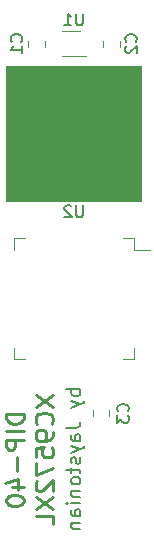
<source format=gbr>
G04 #@! TF.GenerationSoftware,KiCad,Pcbnew,(5.1.5)-3*
G04 #@! TF.CreationDate,2021-01-25T20:45:38-05:00*
G04 #@! TF.ProjectId,DIP40-XC9572XL,44495034-302d-4584-9339-353732584c2e,1*
G04 #@! TF.SameCoordinates,Original*
G04 #@! TF.FileFunction,Legend,Bot*
G04 #@! TF.FilePolarity,Positive*
%FSLAX46Y46*%
G04 Gerber Fmt 4.6, Leading zero omitted, Abs format (unit mm)*
G04 Created by KiCad (PCBNEW (5.1.5)-3) date 2021-01-25 20:45:38*
%MOMM*%
%LPD*%
G04 APERTURE LIST*
%ADD10C,0.250000*%
%ADD11C,0.180000*%
%ADD12C,0.100000*%
%ADD13C,0.120000*%
%ADD14C,0.150000*%
G04 APERTURE END LIST*
D10*
X102425571Y-82121857D02*
X100925571Y-82121857D01*
X100925571Y-82479000D01*
X100997000Y-82693285D01*
X101139857Y-82836142D01*
X101282714Y-82907571D01*
X101568428Y-82979000D01*
X101782714Y-82979000D01*
X102068428Y-82907571D01*
X102211285Y-82836142D01*
X102354142Y-82693285D01*
X102425571Y-82479000D01*
X102425571Y-82121857D01*
X102425571Y-83621857D02*
X100925571Y-83621857D01*
X102425571Y-84336142D02*
X100925571Y-84336142D01*
X100925571Y-84907571D01*
X100997000Y-85050428D01*
X101068428Y-85121857D01*
X101211285Y-85193285D01*
X101425571Y-85193285D01*
X101568428Y-85121857D01*
X101639857Y-85050428D01*
X101711285Y-84907571D01*
X101711285Y-84336142D01*
X101854142Y-85836142D02*
X101854142Y-86979000D01*
X101425571Y-88336142D02*
X102425571Y-88336142D01*
X100854142Y-87979000D02*
X101925571Y-87621857D01*
X101925571Y-88550428D01*
X100925571Y-89407571D02*
X100925571Y-89550428D01*
X100997000Y-89693285D01*
X101068428Y-89764714D01*
X101211285Y-89836142D01*
X101497000Y-89907571D01*
X101854142Y-89907571D01*
X102139857Y-89836142D01*
X102282714Y-89764714D01*
X102354142Y-89693285D01*
X102425571Y-89550428D01*
X102425571Y-89407571D01*
X102354142Y-89264714D01*
X102282714Y-89193285D01*
X102139857Y-89121857D01*
X101854142Y-89050428D01*
X101497000Y-89050428D01*
X101211285Y-89121857D01*
X101068428Y-89193285D01*
X100997000Y-89264714D01*
X100925571Y-89407571D01*
X103425571Y-80550428D02*
X104925571Y-81550428D01*
X103425571Y-81550428D02*
X104925571Y-80550428D01*
X104782714Y-82979000D02*
X104854142Y-82907571D01*
X104925571Y-82693285D01*
X104925571Y-82550428D01*
X104854142Y-82336142D01*
X104711285Y-82193285D01*
X104568428Y-82121857D01*
X104282714Y-82050428D01*
X104068428Y-82050428D01*
X103782714Y-82121857D01*
X103639857Y-82193285D01*
X103497000Y-82336142D01*
X103425571Y-82550428D01*
X103425571Y-82693285D01*
X103497000Y-82907571D01*
X103568428Y-82979000D01*
X104925571Y-83693285D02*
X104925571Y-83979000D01*
X104854142Y-84121857D01*
X104782714Y-84193285D01*
X104568428Y-84336142D01*
X104282714Y-84407571D01*
X103711285Y-84407571D01*
X103568428Y-84336142D01*
X103497000Y-84264714D01*
X103425571Y-84121857D01*
X103425571Y-83836142D01*
X103497000Y-83693285D01*
X103568428Y-83621857D01*
X103711285Y-83550428D01*
X104068428Y-83550428D01*
X104211285Y-83621857D01*
X104282714Y-83693285D01*
X104354142Y-83836142D01*
X104354142Y-84121857D01*
X104282714Y-84264714D01*
X104211285Y-84336142D01*
X104068428Y-84407571D01*
X103425571Y-85764714D02*
X103425571Y-85050428D01*
X104139857Y-84979000D01*
X104068428Y-85050428D01*
X103997000Y-85193285D01*
X103997000Y-85550428D01*
X104068428Y-85693285D01*
X104139857Y-85764714D01*
X104282714Y-85836142D01*
X104639857Y-85836142D01*
X104782714Y-85764714D01*
X104854142Y-85693285D01*
X104925571Y-85550428D01*
X104925571Y-85193285D01*
X104854142Y-85050428D01*
X104782714Y-84979000D01*
X103425571Y-86336142D02*
X103425571Y-87336142D01*
X104925571Y-86693285D01*
X103568428Y-87836142D02*
X103497000Y-87907571D01*
X103425571Y-88050428D01*
X103425571Y-88407571D01*
X103497000Y-88550428D01*
X103568428Y-88621857D01*
X103711285Y-88693285D01*
X103854142Y-88693285D01*
X104068428Y-88621857D01*
X104925571Y-87764714D01*
X104925571Y-88693285D01*
X103425571Y-89193285D02*
X104925571Y-90193285D01*
X103425571Y-90193285D02*
X104925571Y-89193285D01*
X104925571Y-91479000D02*
X104925571Y-90764714D01*
X103425571Y-90764714D01*
D11*
X107222857Y-80064714D02*
X106022857Y-80064714D01*
X106480000Y-80064714D02*
X106422857Y-80179000D01*
X106422857Y-80407571D01*
X106480000Y-80521857D01*
X106537142Y-80579000D01*
X106651428Y-80636142D01*
X106994285Y-80636142D01*
X107108571Y-80579000D01*
X107165714Y-80521857D01*
X107222857Y-80407571D01*
X107222857Y-80179000D01*
X107165714Y-80064714D01*
X106422857Y-81036142D02*
X107222857Y-81321857D01*
X106422857Y-81607571D02*
X107222857Y-81321857D01*
X107508571Y-81207571D01*
X107565714Y-81150428D01*
X107622857Y-81036142D01*
X106022857Y-83321857D02*
X106880000Y-83321857D01*
X107051428Y-83264714D01*
X107165714Y-83150428D01*
X107222857Y-82979000D01*
X107222857Y-82864714D01*
X107222857Y-84407571D02*
X106594285Y-84407571D01*
X106480000Y-84350428D01*
X106422857Y-84236142D01*
X106422857Y-84007571D01*
X106480000Y-83893285D01*
X107165714Y-84407571D02*
X107222857Y-84293285D01*
X107222857Y-84007571D01*
X107165714Y-83893285D01*
X107051428Y-83836142D01*
X106937142Y-83836142D01*
X106822857Y-83893285D01*
X106765714Y-84007571D01*
X106765714Y-84293285D01*
X106708571Y-84407571D01*
X106422857Y-84864714D02*
X107222857Y-85150428D01*
X106422857Y-85436142D02*
X107222857Y-85150428D01*
X107508571Y-85036142D01*
X107565714Y-84979000D01*
X107622857Y-84864714D01*
X107165714Y-85836142D02*
X107222857Y-85950428D01*
X107222857Y-86179000D01*
X107165714Y-86293285D01*
X107051428Y-86350428D01*
X106994285Y-86350428D01*
X106880000Y-86293285D01*
X106822857Y-86179000D01*
X106822857Y-86007571D01*
X106765714Y-85893285D01*
X106651428Y-85836142D01*
X106594285Y-85836142D01*
X106480000Y-85893285D01*
X106422857Y-86007571D01*
X106422857Y-86179000D01*
X106480000Y-86293285D01*
X106422857Y-86693285D02*
X106422857Y-87150428D01*
X106022857Y-86864714D02*
X107051428Y-86864714D01*
X107165714Y-86921857D01*
X107222857Y-87036142D01*
X107222857Y-87150428D01*
X107222857Y-87721857D02*
X107165714Y-87607571D01*
X107108571Y-87550428D01*
X106994285Y-87493285D01*
X106651428Y-87493285D01*
X106537142Y-87550428D01*
X106480000Y-87607571D01*
X106422857Y-87721857D01*
X106422857Y-87893285D01*
X106480000Y-88007571D01*
X106537142Y-88064714D01*
X106651428Y-88121857D01*
X106994285Y-88121857D01*
X107108571Y-88064714D01*
X107165714Y-88007571D01*
X107222857Y-87893285D01*
X107222857Y-87721857D01*
X106422857Y-88636142D02*
X107222857Y-88636142D01*
X106537142Y-88636142D02*
X106480000Y-88693285D01*
X106422857Y-88807571D01*
X106422857Y-88979000D01*
X106480000Y-89093285D01*
X106594285Y-89150428D01*
X107222857Y-89150428D01*
X107222857Y-89721857D02*
X106422857Y-89721857D01*
X106022857Y-89721857D02*
X106080000Y-89664714D01*
X106137142Y-89721857D01*
X106080000Y-89779000D01*
X106022857Y-89721857D01*
X106137142Y-89721857D01*
X107222857Y-90807571D02*
X106594285Y-90807571D01*
X106480000Y-90750428D01*
X106422857Y-90636142D01*
X106422857Y-90407571D01*
X106480000Y-90293285D01*
X107165714Y-90807571D02*
X107222857Y-90693285D01*
X107222857Y-90407571D01*
X107165714Y-90293285D01*
X107051428Y-90236142D01*
X106937142Y-90236142D01*
X106822857Y-90293285D01*
X106765714Y-90407571D01*
X106765714Y-90693285D01*
X106708571Y-90807571D01*
X106422857Y-91379000D02*
X107222857Y-91379000D01*
X106537142Y-91379000D02*
X106480000Y-91436142D01*
X106422857Y-91550428D01*
X106422857Y-91721857D01*
X106480000Y-91836142D01*
X106594285Y-91893285D01*
X107222857Y-91893285D01*
D12*
G36*
X112395000Y-64135000D02*
G01*
X100965000Y-64135000D01*
X100965000Y-52705000D01*
X112395000Y-52705000D01*
X112395000Y-64135000D01*
G37*
X112395000Y-64135000D02*
X100965000Y-64135000D01*
X100965000Y-52705000D01*
X112395000Y-52705000D01*
X112395000Y-64135000D01*
D13*
X102795000Y-50538748D02*
X102795000Y-51061252D01*
X104215000Y-50538748D02*
X104215000Y-51061252D01*
X110565000Y-50538748D02*
X110565000Y-51061252D01*
X109145000Y-50538748D02*
X109145000Y-51061252D01*
X108256000Y-81844248D02*
X108256000Y-82366752D01*
X109676000Y-81844248D02*
X109676000Y-82366752D01*
X105680000Y-51860000D02*
X107680000Y-51860000D01*
X107180000Y-49740000D02*
X105680000Y-49740000D01*
X102520000Y-77500000D02*
X101570000Y-77500000D01*
X101570000Y-77500000D02*
X101570000Y-76550000D01*
X110840000Y-77500000D02*
X111790000Y-77500000D01*
X111790000Y-77500000D02*
X111790000Y-76550000D01*
X102520000Y-67280000D02*
X101570000Y-67280000D01*
X101570000Y-67280000D02*
X101570000Y-68230000D01*
X110840000Y-67280000D02*
X111790000Y-67280000D01*
X111790000Y-67280000D02*
X111790000Y-68230000D01*
X111790000Y-68230000D02*
X113080000Y-68230000D01*
D14*
X102212142Y-50633333D02*
X102259761Y-50585714D01*
X102307380Y-50442857D01*
X102307380Y-50347619D01*
X102259761Y-50204761D01*
X102164523Y-50109523D01*
X102069285Y-50061904D01*
X101878809Y-50014285D01*
X101735952Y-50014285D01*
X101545476Y-50061904D01*
X101450238Y-50109523D01*
X101355000Y-50204761D01*
X101307380Y-50347619D01*
X101307380Y-50442857D01*
X101355000Y-50585714D01*
X101402619Y-50633333D01*
X102307380Y-51585714D02*
X102307380Y-51014285D01*
X102307380Y-51300000D02*
X101307380Y-51300000D01*
X101450238Y-51204761D01*
X101545476Y-51109523D01*
X101593095Y-51014285D01*
X111926642Y-50633333D02*
X111974261Y-50585714D01*
X112021880Y-50442857D01*
X112021880Y-50347619D01*
X111974261Y-50204761D01*
X111879023Y-50109523D01*
X111783785Y-50061904D01*
X111593309Y-50014285D01*
X111450452Y-50014285D01*
X111259976Y-50061904D01*
X111164738Y-50109523D01*
X111069500Y-50204761D01*
X111021880Y-50347619D01*
X111021880Y-50442857D01*
X111069500Y-50585714D01*
X111117119Y-50633333D01*
X111117119Y-51014285D02*
X111069500Y-51061904D01*
X111021880Y-51157142D01*
X111021880Y-51395238D01*
X111069500Y-51490476D01*
X111117119Y-51538095D01*
X111212357Y-51585714D01*
X111307595Y-51585714D01*
X111450452Y-51538095D01*
X112021880Y-50966666D01*
X112021880Y-51585714D01*
X111228142Y-81938833D02*
X111275761Y-81891214D01*
X111323380Y-81748357D01*
X111323380Y-81653119D01*
X111275761Y-81510261D01*
X111180523Y-81415023D01*
X111085285Y-81367404D01*
X110894809Y-81319785D01*
X110751952Y-81319785D01*
X110561476Y-81367404D01*
X110466238Y-81415023D01*
X110371000Y-81510261D01*
X110323380Y-81653119D01*
X110323380Y-81748357D01*
X110371000Y-81891214D01*
X110418619Y-81938833D01*
X110323380Y-82272166D02*
X110323380Y-82891214D01*
X110704333Y-82557880D01*
X110704333Y-82700738D01*
X110751952Y-82795976D01*
X110799571Y-82843595D01*
X110894809Y-82891214D01*
X111132904Y-82891214D01*
X111228142Y-82843595D01*
X111275761Y-82795976D01*
X111323380Y-82700738D01*
X111323380Y-82415023D01*
X111275761Y-82319785D01*
X111228142Y-82272166D01*
X107441904Y-48252380D02*
X107441904Y-49061904D01*
X107394285Y-49157142D01*
X107346666Y-49204761D01*
X107251428Y-49252380D01*
X107060952Y-49252380D01*
X106965714Y-49204761D01*
X106918095Y-49157142D01*
X106870476Y-49061904D01*
X106870476Y-48252380D01*
X105870476Y-49252380D02*
X106441904Y-49252380D01*
X106156190Y-49252380D02*
X106156190Y-48252380D01*
X106251428Y-48395238D01*
X106346666Y-48490476D01*
X106441904Y-48538095D01*
X107441904Y-64492380D02*
X107441904Y-65301904D01*
X107394285Y-65397142D01*
X107346666Y-65444761D01*
X107251428Y-65492380D01*
X107060952Y-65492380D01*
X106965714Y-65444761D01*
X106918095Y-65397142D01*
X106870476Y-65301904D01*
X106870476Y-64492380D01*
X106441904Y-64587619D02*
X106394285Y-64540000D01*
X106299047Y-64492380D01*
X106060952Y-64492380D01*
X105965714Y-64540000D01*
X105918095Y-64587619D01*
X105870476Y-64682857D01*
X105870476Y-64778095D01*
X105918095Y-64920952D01*
X106489523Y-65492380D01*
X105870476Y-65492380D01*
M02*

</source>
